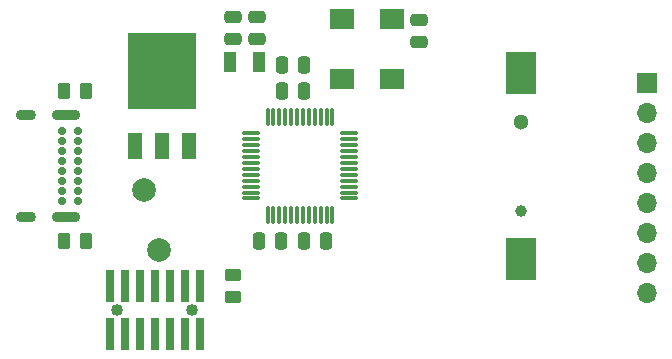
<source format=gbr>
%TF.GenerationSoftware,KiCad,Pcbnew,6.0.2+dfsg-1*%
%TF.CreationDate,2024-09-23T07:34:14+01:00*%
%TF.ProjectId,Circuit,43697263-7569-4742-9e6b-696361645f70,rev?*%
%TF.SameCoordinates,Original*%
%TF.FileFunction,Soldermask,Top*%
%TF.FilePolarity,Negative*%
%FSLAX46Y46*%
G04 Gerber Fmt 4.6, Leading zero omitted, Abs format (unit mm)*
G04 Created by KiCad (PCBNEW 6.0.2+dfsg-1) date 2024-09-23 07:34:14*
%MOMM*%
%LPD*%
G01*
G04 APERTURE LIST*
G04 Aperture macros list*
%AMRoundRect*
0 Rectangle with rounded corners*
0 $1 Rounding radius*
0 $2 $3 $4 $5 $6 $7 $8 $9 X,Y pos of 4 corners*
0 Add a 4 corners polygon primitive as box body*
4,1,4,$2,$3,$4,$5,$6,$7,$8,$9,$2,$3,0*
0 Add four circle primitives for the rounded corners*
1,1,$1+$1,$2,$3*
1,1,$1+$1,$4,$5*
1,1,$1+$1,$6,$7*
1,1,$1+$1,$8,$9*
0 Add four rect primitives between the rounded corners*
20,1,$1+$1,$2,$3,$4,$5,0*
20,1,$1+$1,$4,$5,$6,$7,0*
20,1,$1+$1,$6,$7,$8,$9,0*
20,1,$1+$1,$8,$9,$2,$3,0*%
G04 Aperture macros list end*
%ADD10RoundRect,0.250000X-0.262500X-0.450000X0.262500X-0.450000X0.262500X0.450000X-0.262500X0.450000X0*%
%ADD11C,0.700000*%
%ADD12O,2.400000X0.900000*%
%ADD13O,1.700000X0.900000*%
%ADD14C,1.300000*%
%ADD15C,1.000000*%
%ADD16R,2.600000X3.600000*%
%ADD17R,1.200000X2.200000*%
%ADD18R,5.800000X6.400000*%
%ADD19RoundRect,0.250000X-0.250000X-0.475000X0.250000X-0.475000X0.250000X0.475000X-0.250000X0.475000X0*%
%ADD20RoundRect,0.250000X0.262500X0.450000X-0.262500X0.450000X-0.262500X-0.450000X0.262500X-0.450000X0*%
%ADD21RoundRect,0.075000X0.075000X-0.662500X0.075000X0.662500X-0.075000X0.662500X-0.075000X-0.662500X0*%
%ADD22RoundRect,0.075000X0.662500X-0.075000X0.662500X0.075000X-0.662500X0.075000X-0.662500X-0.075000X0*%
%ADD23RoundRect,0.250000X0.250000X0.475000X-0.250000X0.475000X-0.250000X-0.475000X0.250000X-0.475000X0*%
%ADD24RoundRect,0.250000X-0.450000X0.262500X-0.450000X-0.262500X0.450000X-0.262500X0.450000X0.262500X0*%
%ADD25R,2.000000X1.800000*%
%ADD26RoundRect,0.250000X0.475000X-0.250000X0.475000X0.250000X-0.475000X0.250000X-0.475000X-0.250000X0*%
%ADD27C,1.020000*%
%ADD28R,0.740000X2.790000*%
%ADD29R,1.000000X1.800000*%
%ADD30C,2.010000*%
%ADD31R,1.700000X1.700000*%
%ADD32O,1.700000X1.700000*%
G04 APERTURE END LIST*
D10*
%TO.C,R2*%
X75287500Y-77470000D03*
X77112500Y-77470000D03*
%TD*%
D11*
%TO.C,P1*%
X76415000Y-68145000D03*
X76415000Y-68995000D03*
X76415000Y-69845000D03*
X76415000Y-70695000D03*
X76415000Y-71545000D03*
X76415000Y-72395000D03*
X76415000Y-73245000D03*
X76415000Y-74095000D03*
X75065000Y-74095000D03*
X75065000Y-73245000D03*
X75065000Y-72395000D03*
X75065000Y-71545000D03*
X75065000Y-70695000D03*
X75065000Y-69845000D03*
X75065000Y-68995000D03*
X75065000Y-68145000D03*
D12*
X75435000Y-66795000D03*
X75435000Y-75445000D03*
D13*
X72055000Y-75445000D03*
X72055000Y-66795000D03*
%TD*%
D14*
%TO.C,B1*%
X113919000Y-67420000D03*
D15*
X113919000Y-74920000D03*
D16*
X113919000Y-79020000D03*
X113919000Y-63220000D03*
%TD*%
D17*
%TO.C,U2*%
X81285000Y-69395000D03*
D18*
X83565000Y-63095000D03*
D17*
X83565000Y-69395000D03*
X85845000Y-69395000D03*
%TD*%
D19*
%TO.C,C7*%
X93726000Y-64770000D03*
X95626000Y-64770000D03*
%TD*%
D20*
%TO.C,R1*%
X77112500Y-64770000D03*
X75287500Y-64770000D03*
%TD*%
D21*
%TO.C,U1*%
X92500000Y-75282500D03*
X93000000Y-75282500D03*
X93500000Y-75282500D03*
X94000000Y-75282500D03*
X94500000Y-75282500D03*
X95000000Y-75282500D03*
X95500000Y-75282500D03*
X96000000Y-75282500D03*
X96500000Y-75282500D03*
X97000000Y-75282500D03*
X97500000Y-75282500D03*
X98000000Y-75282500D03*
D22*
X99412500Y-73870000D03*
X99412500Y-73370000D03*
X99412500Y-72870000D03*
X99412500Y-72370000D03*
X99412500Y-71870000D03*
X99412500Y-71370000D03*
X99412500Y-70870000D03*
X99412500Y-70370000D03*
X99412500Y-69870000D03*
X99412500Y-69370000D03*
X99412500Y-68870000D03*
X99412500Y-68370000D03*
D21*
X98000000Y-66957500D03*
X97500000Y-66957500D03*
X97000000Y-66957500D03*
X96500000Y-66957500D03*
X96000000Y-66957500D03*
X95500000Y-66957500D03*
X95000000Y-66957500D03*
X94500000Y-66957500D03*
X94000000Y-66957500D03*
X93500000Y-66957500D03*
X93000000Y-66957500D03*
X92500000Y-66957500D03*
D22*
X91087500Y-68370000D03*
X91087500Y-68870000D03*
X91087500Y-69370000D03*
X91087500Y-69870000D03*
X91087500Y-70370000D03*
X91087500Y-70870000D03*
X91087500Y-71370000D03*
X91087500Y-71870000D03*
X91087500Y-72370000D03*
X91087500Y-72870000D03*
X91087500Y-73370000D03*
X91087500Y-73870000D03*
%TD*%
D23*
%TO.C,C1*%
X93660000Y-77470000D03*
X91760000Y-77470000D03*
%TD*%
D24*
%TO.C,R3*%
X89535000Y-80367500D03*
X89535000Y-82192500D03*
%TD*%
D25*
%TO.C,X1*%
X102997000Y-63754000D03*
X102997000Y-58674000D03*
X98797000Y-58674000D03*
X98797000Y-63754000D03*
%TD*%
D26*
%TO.C,C5*%
X91567000Y-60386000D03*
X91567000Y-58486000D03*
%TD*%
%TO.C,C3*%
X105342000Y-60640000D03*
X105342000Y-58740000D03*
%TD*%
D19*
%TO.C,C2*%
X95570000Y-77470000D03*
X97470000Y-77470000D03*
%TD*%
D26*
%TO.C,C4*%
X89535000Y-60386000D03*
X89535000Y-58486000D03*
%TD*%
D27*
%TO.C,J2*%
X86106000Y-83312000D03*
X79756000Y-83312000D03*
D28*
X79121000Y-85347000D03*
X79121000Y-81277000D03*
X80391000Y-85347000D03*
X80391000Y-81277000D03*
X81661000Y-85347000D03*
X81661000Y-81277000D03*
X82931000Y-85347000D03*
X82931000Y-81277000D03*
X84201000Y-85347000D03*
X84201000Y-81277000D03*
X85471000Y-85347000D03*
X85471000Y-81277000D03*
X86741000Y-85347000D03*
X86741000Y-81277000D03*
%TD*%
D29*
%TO.C,Y1*%
X89301000Y-62357000D03*
X91801000Y-62357000D03*
%TD*%
D19*
%TO.C,C6*%
X93726000Y-62611000D03*
X95626000Y-62611000D03*
%TD*%
D30*
%TO.C,F1*%
X82077000Y-73142000D03*
X83277000Y-78242000D03*
%TD*%
D31*
%TO.C,J1*%
X124587000Y-64135000D03*
D32*
X124587000Y-66675000D03*
X124587000Y-69215000D03*
X124587000Y-71755000D03*
X124587000Y-74295000D03*
X124587000Y-76835000D03*
X124587000Y-79375000D03*
X124587000Y-81915000D03*
%TD*%
M02*

</source>
